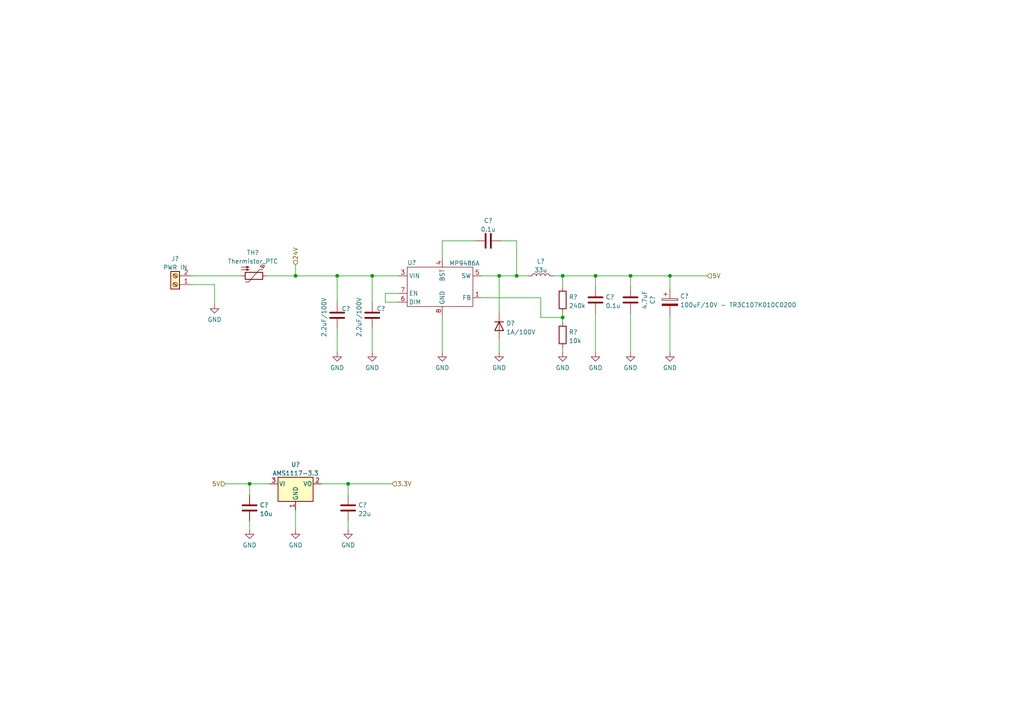
<source format=kicad_sch>
(kicad_sch (version 20211123) (generator eeschema)
  (paper "A4")
  (title_block (title "FloatPUMP Schematics") (date "2022-11-11") (rev "1.0") (company "robtor.de") (comment 1 "Controller board for up to 3 water pumps") (comment 2 "measuring capabilities with piezoresistive pressure sensors") (comment 3 "sensor input Range 4mA-20mA"))
  (lib_symbols
    (symbol "Connector:Screw_Terminal_01x02" (pin_names (offset 1.016) hide)
      (property "Reference" "J" (at 0 2.54 0))
      (property "Value" "Screw_Terminal_01x02" (at 0 -5.08 0))
      (symbol "Screw_Terminal_01x02_1_1"
        (rectangle (start -1.27 1.27) (end 1.27 -3.81) (stroke (width 0.254)) (fill (type background)))
        (circle (center 0 -2.54) (radius 0.635) (stroke (width 0.1524)))
        (polyline (pts (xy -0.5334 -2.2098) (xy 0.3302 -3.048)) (stroke (width 0.1524)))
        (polyline (pts (xy -0.5334 0.3302) (xy 0.3302 -0.508)) (stroke (width 0.1524)))
        (polyline (pts (xy -0.3556 -2.032) (xy 0.508 -2.8702)) (stroke (width 0.1524)))
        (polyline (pts (xy -0.3556 0.508) (xy 0.508 -0.3302)) (stroke (width 0.1524)))
        (circle (center 0 0) (radius 0.635) (stroke (width 0.1524)))
        (pin passive line (at -5.08 0 0) (length 3.81) (name "Pin_1") (number "1"))
        (pin passive line (at -5.08 -2.54 0) (length 3.81) (name "Pin_2") (number "2"))
      )
    )
    (symbol "Device:C" (pin_numbers hide) (pin_names (offset 0.254))
      (property "Reference" "C" (at 0.635 2.54 0))
      (property "Value" "C" (at 0.635 -2.54 0))
      (symbol "C_0_1"
        (polyline (pts (xy -2.032 -0.762) (xy 2.032 -0.762)) (stroke (width 0.508)))
        (polyline (pts (xy -2.032 0.762) (xy 2.032 0.762)) (stroke (width 0.508)))
      )
      (symbol "C_1_1"
        (pin passive line (at 0 3.81 270) (length 2.794) (name "~") (number "1"))
        (pin passive line (at 0 -3.81 90) (length 2.794) (name "~") (number "2"))
      )
    )
    (symbol "Device:C_Polarized" (pin_numbers hide) (pin_names (offset 0.254))
      (property "Reference" "C" (at 0.635 2.54 0))
      (property "Value" "C_Polarized" (at 0.635 -2.54 0))
      (symbol "C_Polarized_0_1"
        (rectangle (start -2.286 0.508) (end 2.286 1.016))
        (polyline (pts (xy -1.778 2.286) (xy -0.762 2.286)))
        (polyline (pts (xy -1.27 2.794) (xy -1.27 1.778)))
        (rectangle (start 2.286 -0.508) (end -2.286 -1.016) (fill (type outline)))
      )
      (symbol "C_Polarized_1_1"
        (pin passive line (at 0 3.81 270) (length 2.794) (name "~") (number "1"))
        (pin passive line (at 0 -3.81 90) (length 2.794) (name "~") (number "2"))
      )
    )
    (symbol "Device:D" (pin_numbers hide) (pin_names (offset 1.016) hide)
      (property "Reference" "D" (at 0 2.54 0))
      (property "Value" "D" (at 0 -2.54 0))
      (symbol "D_0_1"
        (polyline (pts (xy -1.27 1.27) (xy -1.27 -1.27)) (stroke (width 0.254)))
        (polyline (pts (xy 1.27 0) (xy -1.27 0)))
        (polyline (pts (xy 1.27 1.27) (xy 1.27 -1.27) (xy -1.27 0) (xy 1.27 1.27)) (stroke (width 0.254)))
      )
      (symbol "D_1_1"
        (pin passive line (at -3.81 0 0) (length 2.54) (name "K") (number "1"))
        (pin passive line (at 3.81 0 180) (length 2.54) (name "A") (number "2"))
      )
    )
    (symbol "Device:L" (pin_numbers hide) (pin_names (offset 1.016) hide)
      (property "Reference" "L" (at -1.27 0 90))
      (property "Value" "L" (at 1.905 0 90))
      (symbol "L_0_1"
        (arc (start 0 -2.54) (mid 0.635 -1.905) (end 0 -1.27))
        (arc (start 0 -1.27) (mid 0.635 -0.635) (end 0 0))
        (arc (start 0 0) (mid 0.635 0.635) (end 0 1.27))
        (arc (start 0 1.27) (mid 0.635 1.905) (end 0 2.54))
      )
      (symbol "L_1_1"
        (pin passive line (at 0 3.81 270) (length 1.27) (name "1") (number "1"))
        (pin passive line (at 0 -3.81 90) (length 1.27) (name "2") (number "2"))
      )
    )
    (symbol "Device:R" (pin_numbers hide) (pin_names (offset 0))
      (property "Reference" "R" (at 2.032 0 90))
      (property "Value" "R" (at 0 0 90))
      (symbol "R_0_1"
        (rectangle (start -1.016 -2.54) (end 1.016 2.54) (stroke (width 0.254)))
      )
      (symbol "R_1_1"
        (pin passive line (at 0 3.81 270) (length 1.27) (name "~") (number "1"))
        (pin passive line (at 0 -3.81 90) (length 1.27) (name "~") (number "2"))
      )
    )
    (symbol "Device:Thermistor_PTC" (pin_numbers hide) (pin_names (offset 0))
      (property "Reference" "TH" (at -4.064 0 90))
      (property "Value" "Thermistor_PTC" (at 3.048 0 90))
      (symbol "Thermistor_PTC_0_1"
        (arc (start -3.048 2.159) (mid -3.0495 2.3143) (end -3.175 2.413))
        (arc (start -3.048 2.159) (mid -2.9736 1.9794) (end -2.794 1.905))
        (arc (start -3.048 2.794) (mid -2.9736 2.6144) (end -2.794 2.54))
        (arc (start -2.794 1.905) (mid -2.6144 1.9794) (end -2.54 2.159))
        (arc (start -2.794 2.54) (mid -2.4393 2.5587) (end -2.159 2.794))
        (arc (start -2.794 3.048) (mid -2.9736 2.9736) (end -3.048 2.794))
        (arc (start -2.54 2.794) (mid -2.6144 2.9736) (end -2.794 3.048))
        (rectangle (start -1.016 2.54) (end 1.016 -2.54) (stroke (width 0.254)))
        (polyline (pts (xy -2.54 2.159) (xy -2.54 2.794)))
        (polyline (pts (xy -1.778 2.54) (xy -1.778 1.524) (xy 1.778 -1.524) (xy 1.778 -2.54)))
        (polyline (pts (xy -2.54 -3.683) (xy -2.54 -1.397) (xy -2.794 -2.159) (xy -2.286 -2.159) (xy -2.54 -1.397) (xy -2.54 -1.651)) (fill (type outline)))
        (polyline (pts (xy -1.778 -3.683) (xy -1.778 -1.397) (xy -2.032 -2.159) (xy -1.524 -2.159) (xy -1.778 -1.397) (xy -1.778 -1.651)) (fill (type outline)))
      )
      (symbol "Thermistor_PTC_1_1"
        (pin passive line (at 0 3.81 270) (length 1.27) (name "~") (number "1"))
        (pin passive line (at 0 -3.81 90) (length 1.27) (name "~") (number "2"))
      )
    )
    (symbol "Regulator_Linear:AMS1117-3.3" (pin_names (offset 0.254))
      (property "Reference" "U" (at -3.81 3.175 0))
      (property "Value" "AMS1117-3.3" (at 0 3.175 0))
      (symbol "AMS1117-3.3_0_1"
        (rectangle (start -5.08 -5.08) (end 5.08 1.905) (stroke (width 0.254)) (fill (type background)))
      )
      (symbol "AMS1117-3.3_1_1"
        (pin power_in line (at 0 -7.62 90) (length 2.54) (name "GND") (number "1"))
        (pin power_out line (at 7.62 0 180) (length 2.54) (name "VO") (number "2"))
        (pin power_in line (at -7.62 0 0) (length 2.54) (name "VI") (number "3"))
      )
    )
    (symbol "custom_parts:MP9486A"
      (property "Reference" "U" (at -3.81 7.62 0))
      (property "Value" "MP9486A" (at 3.81 1.27 0))
      (symbol "MP9486A_0_1"
        (rectangle (start -5.08 6.35) (end 13.97 -5.08) (stroke (width 0.1524)))
      )
      (symbol "MP9486A_1_1"
        (pin input line (at 16.51 -2.54 180) (length 2.54) (name "FB") (number "1"))
        (pin power_in line (at -7.62 3.81 0) (length 2.54) (name "VIN") (number "3"))
        (pin bidirectional line (at 5.08 8.89 270) (length 2.54) (name "BST") (number "4"))
        (pin power_out line (at 16.51 3.81 180) (length 2.54) (name "SW") (number "5"))
        (pin input line (at -7.62 -3.81 0) (length 2.54) (name "DIM") (number "6"))
        (pin input line (at -7.62 -1.27 0) (length 2.54) (name "EN") (number "7"))
        (pin power_out line (at 5.08 -7.62 90) (length 2.54) (name "GND") (number "8"))
      )
    )
    (symbol "power:GND" (power) (pin_names (offset 0))
      (property "Value" "GND" (at 0 -3.81 0))
      (symbol "GND_0_1"
        (polyline (pts (xy 0 0) (xy 0 -1.27) (xy 1.27 -1.27) (xy 0 -2.54) (xy -1.27 -1.27) (xy 0 -1.27)))
      )
      (symbol "GND_1_1"
        (pin power_in line (at 0 0 270) (length 0) hide (name "GND") (number "1"))
      )
    )
  )
  (junction (at 85.725 80.01))
  (junction (at 97.79 80.01))
  (junction (at 163.195 80.01))
  (junction (at 107.95 80.01))
  (junction (at 172.72 80.01))
  (junction (at 144.78 80.01))
  (junction (at 72.39 140.335))
  (junction (at 163.195 92.075))
  (junction (at 182.88 80.01))
  (junction (at 194.31 80.01))
  (junction (at 100.965 140.335))
  (junction (at 149.86 80.01))
  (wire (pts (xy 55.88 80.01) (xy 69.85 80.01)))
  (wire (pts (xy 163.195 92.075) (xy 163.195 93.345)))
  (wire (pts (xy 172.72 90.805) (xy 172.72 102.235)))
  (wire (pts (xy 128.27 69.85) (xy 128.27 74.93)))
  (wire (pts (xy 85.725 80.01) (xy 97.79 80.01)))
  (wire (pts (xy 111.76 87.63) (xy 111.76 85.09)))
  (wire (pts (xy 145.415 69.85) (xy 149.86 69.85)))
  (wire (pts (xy 100.965 143.51) (xy 100.965 140.335)))
  (wire (pts (xy 111.76 85.09) (xy 115.57 85.09)))
  (wire (pts (xy 149.86 69.85) (xy 149.86 80.01)))
  (wire (pts (xy 163.195 80.01) (xy 160.655 80.01)))
  (wire (pts (xy 77.47 80.01) (xy 85.725 80.01)))
  (wire (pts (xy 93.345 140.335) (xy 100.965 140.335)))
  (wire (pts (xy 107.95 80.01) (xy 107.95 87.63)))
  (wire (pts (xy 144.78 98.425) (xy 144.78 102.235)))
  (wire (pts (xy 194.31 83.82) (xy 194.31 80.01)))
  (wire (pts (xy 55.88 82.55) (xy 62.23 82.55)))
  (wire (pts (xy 172.72 83.185) (xy 172.72 80.01)))
  (wire (pts (xy 85.725 76.835) (xy 85.725 80.01)))
  (wire (pts (xy 85.725 153.67) (xy 85.725 147.955)))
  (wire (pts (xy 100.965 151.13) (xy 100.965 153.67)))
  (wire (pts (xy 107.95 95.25) (xy 107.95 102.235)))
  (wire (pts (xy 65.405 140.335) (xy 72.39 140.335)))
  (wire (pts (xy 97.79 80.01) (xy 107.95 80.01)))
  (wire (pts (xy 194.31 80.01) (xy 205.105 80.01)))
  (wire (pts (xy 163.195 80.01) (xy 172.72 80.01)))
  (wire (pts (xy 72.39 151.13) (xy 72.39 153.67)))
  (wire (pts (xy 137.795 69.85) (xy 128.27 69.85)))
  (wire (pts (xy 182.88 90.805) (xy 182.88 102.235)))
  (wire (pts (xy 97.79 95.25) (xy 97.79 102.235)))
  (wire (pts (xy 128.27 91.44) (xy 128.27 102.235)))
  (wire (pts (xy 107.95 80.01) (xy 115.57 80.01)))
  (wire (pts (xy 163.195 90.805) (xy 163.195 92.075)))
  (wire (pts (xy 62.23 82.55) (xy 62.23 88.265)))
  (wire (pts (xy 163.195 100.965) (xy 163.195 102.235)))
  (wire (pts (xy 115.57 87.63) (xy 111.76 87.63)))
  (wire (pts (xy 156.845 92.075) (xy 163.195 92.075)))
  (wire (pts (xy 144.78 80.01) (xy 139.7 80.01)))
  (wire (pts (xy 97.79 80.01) (xy 97.79 87.63)))
  (wire (pts (xy 149.86 80.01) (xy 144.78 80.01)))
  (wire (pts (xy 194.31 91.44) (xy 194.31 102.235)))
  (wire (pts (xy 194.31 80.01) (xy 182.88 80.01)))
  (wire (pts (xy 139.7 86.36) (xy 156.845 86.36)))
  (wire (pts (xy 182.88 80.01) (xy 172.72 80.01)))
  (wire (pts (xy 72.39 140.335) (xy 72.39 143.51)))
  (wire (pts (xy 156.845 86.36) (xy 156.845 92.075)))
  (wire (pts (xy 144.78 90.805) (xy 144.78 80.01)))
  (wire (pts (xy 72.39 140.335) (xy 78.105 140.335)))
  (wire (pts (xy 100.965 140.335) (xy 113.665 140.335)))
  (wire (pts (xy 163.195 83.185) (xy 163.195 80.01)))
  (wire (pts (xy 182.88 83.185) (xy 182.88 80.01)))
  (wire (pts (xy 149.86 80.01) (xy 153.035 80.01)))
  (hierarchical_label "5V" (shape input) (at 205.105 80.01 0))
  (hierarchical_label "5V" (shape input) (at 65.405 140.335 180))
  (hierarchical_label "24V" (shape input) (at 85.725 76.835 90))
  (hierarchical_label "3.3V" (shape input) (at 113.665 140.335 0))
  (symbol (lib_id "custom_parts:MP9486A") (at 123.19 83.82 0) (unit 1)
    (property "Reference" "U?" (at 118.11 76.2 0) (effects (justify left)))
    (property "Value" "MP9486A" (at 130.2894 76.3579 0) (effects (justify left)))
  )
  (symbol (lib_id "Device:R") (at 163.195 97.155 0) (unit 1)
    (property "Reference" "R?" (at 164.973 96.3203 0) (effects (justify left)))
    (property "Value" "10k" (at 164.973 98.8572 0) (effects (justify left)))
    (property "Footprint" "Resistor_SMD:R_0603_1608Metric" (effects hide))
    (property "JLCPCB" "C238881" (effects hide))
  )
  (symbol (lib_id "power:GND") (at 72.39 153.67 0) (unit 1)
    (property "Reference" "#PWR?" (effects hide))
    (property "Value" "GND" (at 72.39 158.1134 0))
  )
  (symbol (lib_id "Device:C") (at 100.965 147.32 0) (unit 1)
    (property "Reference" "C?" (at 103.886 146.4853 0) (effects (justify left)))
    (property "Value" "22u" (at 103.886 149.0222 0) (effects (justify left)))
    (property "Footprint" "Capacitor_Tantalum_SMD:CP_EIA-3216-18_Kemet-A" (effects hide))
    (property "JLCPCB" "C129272" (effects hide))
  )
  (symbol (lib_id "Connector:Screw_Terminal_01x02") (at 560.07 -12.065 0) (unit 1)
    (property "Reference" "J?" (at 562.102 -11.6297 0) (effects (justify left)))
    (property "Value" "Screw_Terminal_01x02" (at 562.102 -9.0928 0) (effects (justify left)))
  )
  (symbol (lib_id "power:GND") (at 182.88 102.235 0) (unit 1)
    (property "Reference" "#PWR?" (effects hide))
    (property "Value" "GND" (at 182.88 106.6784 0))
  )
  (symbol (lib_id "power:GND") (at 107.95 102.235 0) (unit 1)
    (property "Reference" "#PWR?" (effects hide))
    (property "Value" "GND" (at 107.95 106.6784 0))
  )
  (symbol (lib_id "Device:C") (at 97.79 91.44 180) (unit 1)
    (property "Reference" "C?" (at 99.06 89.535 0) (effects (justify right)))
    (property "Value" "2.2uF/100V" (at 93.98 97.79 90) (effects (justify right)))
    (property "Footprint" "Capacitor_SMD:C_1206_3216Metric" (effects hide))
    (property "Datasheet" "https://datasheet.lcsc.com/lcsc/2007130933_Samsung-Electro-Mechanics-CL31B225KCHSNNE_C170101.pdf" (effects hide))
    (property "JLCPCB" "C170101" (effects hide))
  )
  (symbol (lib_id "Device:D") (at 144.78 94.615 270) (unit 1)
    (property "Reference" "D?" (at 146.812 93.7803 90) (effects (justify left)))
    (property "Value" "1A/100V" (at 146.812 96.3172 90) (effects (justify left)))
  )
  (symbol (lib_id "Device:C") (at 72.39 147.32 0) (unit 1)
    (property "Reference" "C?" (at 75.311 146.4853 0) (effects (justify left)))
    (property "Value" "10u" (at 75.311 149.0222 0) (effects (justify left)))
    (property "Footprint" "Capacitor_Tantalum_SMD:CP_EIA-3216-18_Kemet-A" (effects hide))
    (property "JLCPCB" "C7177" (effects hide))
  )
  (symbol (lib_id "Device:L") (at 156.845 80.01 90) (unit 1)
    (property "Reference" "L?" (at 156.845 75.8022 90))
    (property "Value" "33u" (at 156.845 78.3391 90))
    (property "Footprint" "custom_parts:L_MS1040-330M" (effects hide))
    (property "Datasheet" "https://datasheet.lcsc.com/lcsc/1912111437_COILMX-MS1040-330M_C380056.pdf" (effects hide))
    (property "JLCPCB" "C380056" (effects hide))
  )
  (symbol (lib_id "power:GND") (at 172.72 102.235 0) (unit 1)
    (property "Reference" "#PWR?" (effects hide))
    (property "Value" "GND" (at 172.72 106.6784 0))
  )
  (symbol (lib_id "power:GND") (at 85.725 153.67 0) (unit 1)
    (property "Reference" "#PWR?" (effects hide))
    (property "Value" "GND" (at 85.725 158.1134 0))
  )
  (symbol (lib_id "Device:R") (at 163.195 86.995 0) (unit 1)
    (property "Reference" "R?" (at 164.973 86.1603 0) (effects (justify left)))
    (property "Value" "240k" (at 164.973 88.6972 0) (effects (justify left)))
    (property "Footprint" "Resistor_SMD:R_0603_1608Metric" (effects hide))
    (property "Datasheet" "https://datasheet.lcsc.com/lcsc/2206010230_UNI-ROYAL-Uniroyal-Elec-0603WAF2403T5E_C4197.pdf" (effects hide))
    (property "JLCPCB" "C4197" (effects hide))
  )
  (symbol (lib_id "power:GND") (at 144.78 102.235 0) (unit 1)
    (property "Reference" "#PWR?" (effects hide))
    (property "Value" "GND" (at 144.78 106.6784 0))
  )
  (symbol (lib_id "Connector:Screw_Terminal_01x02") (at 50.8 82.55 180) (unit 1)
    (property "Reference" "J?" (at 50.8 75.0402 0))
    (property "Value" "PWR IN" (at 50.8 77.5771 0))
  )
  (symbol (lib_id "Device:C") (at 107.95 91.44 180) (unit 1)
    (property "Reference" "C?" (at 109.22 89.535 0) (effects (justify right)))
    (property "Value" "2.2uF/100V" (at 104.14 97.79 90) (effects (justify right)))
    (property "Footprint" "Capacitor_SMD:C_1206_3216Metric" (effects hide))
    (property "Datasheet" "https://datasheet.lcsc.com/lcsc/2007130933_Samsung-Electro-Mechanics-CL31B225KCHSNNE_C170101.pdf" (effects hide))
    (property "JLCPCB" "C170101" (effects hide))
  )
  (symbol (lib_id "power:GND") (at 128.27 102.235 0) (unit 1)
    (property "Reference" "#PWR?" (effects hide))
    (property "Value" "GND" (at 128.27 106.6784 0))
  )
  (symbol (lib_id "Device:Thermistor_PTC") (at 73.66 80.01 270) (unit 1)
    (property "Reference" "TH?" (at 73.3425 73.2622 90))
    (property "Value" "Thermistor_PTC" (at 73.3425 75.7991 90))
  )
  (symbol (lib_id "Device:C") (at 182.88 86.995 180) (unit 1)
    (property "Reference" "C?" (at 189.2808 86.995 90))
    (property "Value" "4.7uF" (at 186.9694 86.995 90))
    (property "Footprint" "Capacitor_SMD:C_0603_1608Metric" (effects hide))
    (property "JLCPCB" " C152896 " (effects hide))
  )
  (symbol (lib_id "power:GND") (at 97.79 102.235 0) (unit 1)
    (property "Reference" "#PWR?" (effects hide))
    (property "Value" "GND" (at 97.79 106.6784 0))
  )
  (symbol (lib_id "power:GND") (at 194.31 102.235 0) (unit 1)
    (property "Reference" "#PWR?" (effects hide))
    (property "Value" "GND" (at 194.31 106.6784 0))
  )
  (symbol (lib_id "power:GND") (at 100.965 153.67 0) (unit 1)
    (property "Reference" "#PWR?" (effects hide))
    (property "Value" "GND" (at 100.965 158.1134 0))
  )
  (symbol (lib_id "power:GND") (at 62.23 88.265 0) (unit 1)
    (property "Reference" "#PWR?" (effects hide))
    (property "Value" "GND" (at 62.23 92.7084 0))
  )
  (symbol (lib_id "Regulator_Linear:AMS1117-3.3") (at 85.725 140.335 0) (unit 1)
    (property "Reference" "U?" (at 85.725 134.7302 0))
    (property "Value" "AMS1117-3.3" (at 85.725 137.2671 0))
    (property "Footprint" "Package_TO_SOT_SMD:SOT-223-3_TabPin2" (effects hide))
    (property "Datasheet" "https://datasheet.lcsc.com/lcsc/2110121330_YONGYUTAI-AMS1117-3-3_C2904742.pdf" (effects hide))
    (property "JLCPCB" "C2904742" (effects hide))
  )
  (symbol (lib_id "Device:C_Polarized") (at 194.31 87.63 0) (unit 1)
    (property "Reference" "C?" (at 197.231 85.9063 0) (effects (justify left)))
    (property "Value" "100uF/10V - TR3C107K010C0200" (at 197.231 88.4432 0) (effects (justify left)))
    (property "Footprint" "Capacitor_Tantalum_SMD:CP_EIA-7343-31_Kemet-D" (effects hide))
    (property "JLCPCB" "C171666" (effects hide))
  )
  (symbol (lib_id "Device:C") (at 172.72 86.995 180) (unit 1)
    (property "Reference" "C?" (at 175.641 86.1603 0) (effects (justify right)))
    (property "Value" "0.1u" (at 175.641 88.6972 0) (effects (justify right)))
    (property "Footprint" "Capacitor_SMD:C_0603_1608Metric" (effects hide))
    (property "Datasheet" "https://datasheet.lcsc.com/lcsc/1811092010_Samsung-Electro-Mechanics-CL10B104KA8NNNC_C1590.pdf" (effects hide))
    (property "JLCPCB" "C1590" (effects hide))
  )
  (symbol (lib_id "Device:C") (at 141.605 69.85 90) (unit 1)
    (property "Reference" "C?" (at 141.605 63.9912 90))
    (property "Value" "0.1u" (at 141.605 66.5281 90))
    (property "Footprint" "Capacitor_SMD:C_0603_1608Metric" (effects hide))
    (property "Datasheet" "https://datasheet.lcsc.com/lcsc/1811092010_Samsung-Electro-Mechanics-CL10B104KA8NNNC_C1590.pdf" (effects hide))
    (property "JLCPCB" "C1590" (effects hide))
  )
  (symbol (lib_id "power:GND") (at 163.195 102.235 0) (unit 1)
    (property "Reference" "#PWR?" (effects hide))
    (property "Value" "GND" (at 163.195 106.6784 0))
  )
)
</source>
